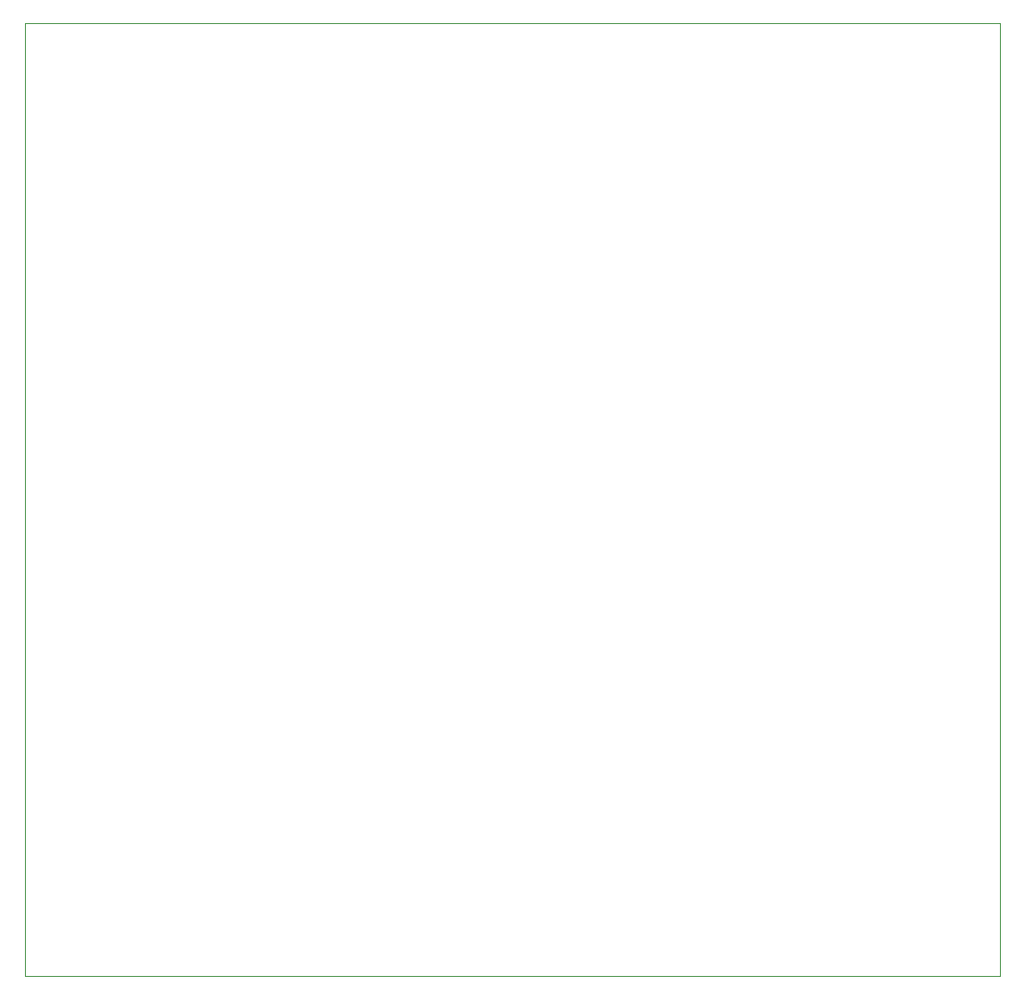
<source format=gbr>
%TF.GenerationSoftware,KiCad,Pcbnew,(6.0.0)*%
%TF.CreationDate,2022-01-17T01:15:48+01:00*%
%TF.ProjectId,DCMotorController,44434d6f-746f-4724-936f-6e74726f6c6c,rev?*%
%TF.SameCoordinates,Original*%
%TF.FileFunction,Profile,NP*%
%FSLAX46Y46*%
G04 Gerber Fmt 4.6, Leading zero omitted, Abs format (unit mm)*
G04 Created by KiCad (PCBNEW (6.0.0)) date 2022-01-17 01:15:48*
%MOMM*%
%LPD*%
G01*
G04 APERTURE LIST*
%TA.AperFunction,Profile*%
%ADD10C,0.050000*%
%TD*%
G04 APERTURE END LIST*
D10*
X130000000Y-20000000D02*
X130000000Y-107250000D01*
X40750000Y-20000000D02*
X40750000Y-107250000D01*
X130000000Y-107250000D02*
X40750000Y-107250000D01*
X40750000Y-20000000D02*
X130000000Y-20000000D01*
M02*

</source>
